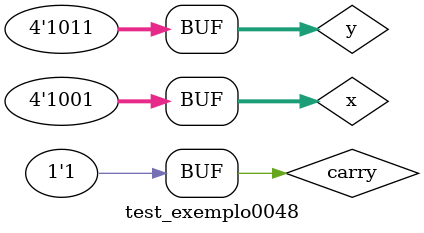
<source format=v>


module FullAdder(s, carryOut, x, y, carryIn);
  output s, carryOut;
  input x, y, carryIn;
  wire a, b, c;

//-- portas 
  xor (a, x, y);
  xor (s, a, carryIn);   
  and (b, x, y);
  and (c, a, carryIn);
  or (carryOut, c, b);
  
endmodule //--FullAdder

// ------------------------- 
// somador
// ------------------------- 

module somador(s, carryOut, x, y, carryIn);
  output [3:0] s;
  output carryOut;
  input  [3:0] x, y;
  input carryIn;
  
  wire c1, c2, c3, z1, z2, z3, z4, z5;
  
  //--portas 
  xor (z1, y[0] , carryIn);
  xor (z2, y[1] , carryIn);
  xor (z3, y[2] , carryIn);
  xor (z4, y[3] , carryIn);
  FullAdder FULLADDER0(s[0], c1, x[0], z1, carryIn);
  FullAdder FULLADDER1(s[1], c2, x[1], z2, c1);
  FullAdder FULLADDER2(s[2], c3, x[2], z3, c2);
  FullAdder FULLADDER3(s[3], z5, x[3], z4, c3);
  xor (carryOut, z5 , carryIn);
  
endmodule //--somador

 module verificarSeE0(output s , input [3:0] a);
 
 wire tmp0,tmp1,tmp2,tmp3;
 
 nor NOR0( tmp0 , 0 , a[0]);
 nor NOR1( tmp1 , 0 , a[1]);
 nor NOR2( tmp2 , 0 , a[2]);
 nor NOR3( tmp3 , 0 , a[3]);
 
 assign s = tmp0 & tmp1 & tmp2 & tmp3;
 
endmodule //-- FIm testa se e 0

module test_exemplo0048; 
// ------------------------- definir dados 
reg [3:0] x; 
reg [3:0] y; 
reg carry; 
wire [3:0] soma;
wire overflow , resp; 

somador SOMADOR0(soma, overflow, x, y, carry);

//-- VErificar se o resultado e 0
verificarSeE0 VERIFICAR0(resp, soma);

// ------------------------- parte principal 
  initial
  begin
  $display("Exemplo0048 - Samuel Eusébio da Silva - 435055"); 
  
  //--Testes
  $monitor($time," x = %b y = %b carryIn = %b overflow = %b soma = %b *** Verificacao se e 0 : %b\n",x, y, carry,overflow,soma,resp );
  end
  
  // Entradas
  initial
  begin
  x = 4'b0010;y = 4'b0100; carry = 1'b0;


  #5 x = 4'b0001;y = 4'b1111;
  #5 x = 4'b0011;y = 4'b1011;
  #5 x = 4'b0001;y = 4'b1011;
  #5 x = 4'b0001;y = 4'b1011;
  
   #5 x = 4'b0010;y = 4'b0100;carry = 1'b1;
   #5 x = 4'b1001;y = 4'b1111;
   #5 x = 4'b0011;y = 4'b1011;
   #5 x = 4'b0101;y = 4'b1011;
   #5 x = 4'b1001;y = 4'b1011;

  end
endmodule // --test
</source>
